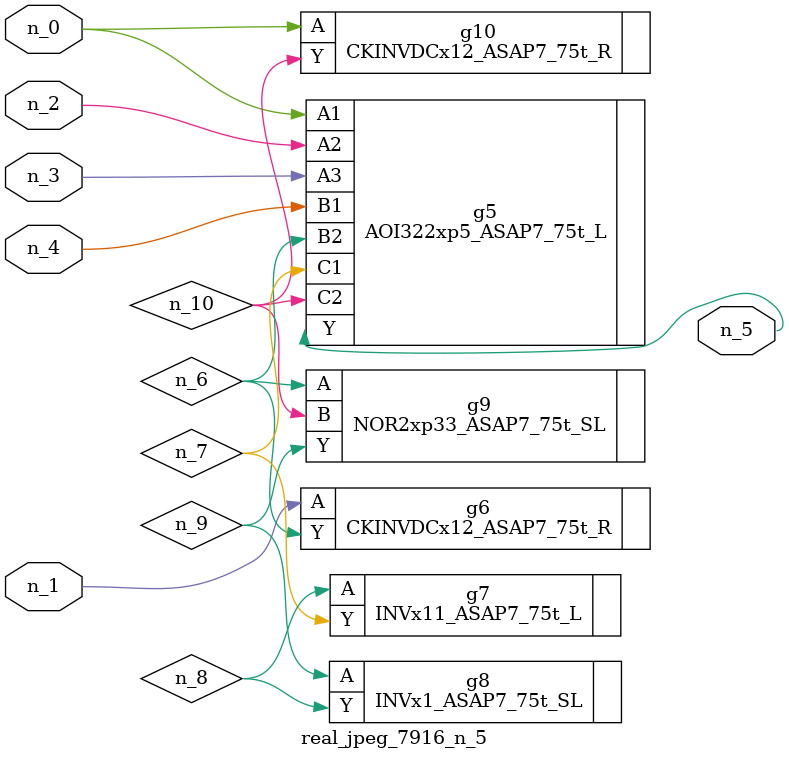
<source format=v>
module real_jpeg_7916_n_5 (n_4, n_0, n_1, n_2, n_3, n_5);

input n_4;
input n_0;
input n_1;
input n_2;
input n_3;

output n_5;

wire n_8;
wire n_6;
wire n_7;
wire n_10;
wire n_9;

AOI322xp5_ASAP7_75t_L g5 ( 
.A1(n_0),
.A2(n_2),
.A3(n_3),
.B1(n_4),
.B2(n_6),
.C1(n_7),
.C2(n_10),
.Y(n_5)
);

CKINVDCx12_ASAP7_75t_R g10 ( 
.A(n_0),
.Y(n_10)
);

CKINVDCx12_ASAP7_75t_R g6 ( 
.A(n_1),
.Y(n_6)
);

NOR2xp33_ASAP7_75t_SL g9 ( 
.A(n_6),
.B(n_10),
.Y(n_9)
);

INVx11_ASAP7_75t_L g7 ( 
.A(n_8),
.Y(n_7)
);

INVx1_ASAP7_75t_SL g8 ( 
.A(n_9),
.Y(n_8)
);


endmodule
</source>
